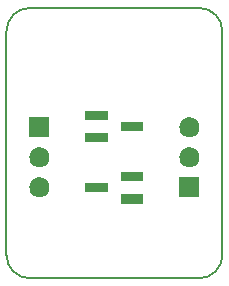
<source format=gbr>
G04 #@! TF.GenerationSoftware,KiCad,Pcbnew,5.0.1-33cea8e~68~ubuntu18.10.1*
G04 #@! TF.CreationDate,2018-11-26T23:36:38+02:00*
G04 #@! TF.ProjectId,BRK-SOT-23-3,42524B2D534F542D32332D332E6B6963,v1.0*
G04 #@! TF.SameCoordinates,Original*
G04 #@! TF.FileFunction,Soldermask,Top*
G04 #@! TF.FilePolarity,Negative*
%FSLAX46Y46*%
G04 Gerber Fmt 4.6, Leading zero omitted, Abs format (unit mm)*
G04 Created by KiCad (PCBNEW 5.0.1-33cea8e~68~ubuntu18.10.1) date ma 26. marraskuuta 2018 23.36.38*
%MOMM*%
%LPD*%
G01*
G04 APERTURE LIST*
%ADD10C,0.150000*%
%ADD11C,0.100000*%
G04 APERTURE END LIST*
D10*
X68300000Y-70900000D02*
G75*
G02X66300000Y-72900000I-2000000J0D01*
G01*
X52000000Y-72900000D02*
G75*
G02X50000000Y-70900000I0J2000000D01*
G01*
X66300000Y-50000000D02*
G75*
G02X68300000Y-52000000I0J-2000000D01*
G01*
X50000000Y-52000000D02*
G75*
G02X52000000Y-50000000I2000000J0D01*
G01*
X66300000Y-72900000D02*
X52000000Y-72900000D01*
X68300000Y-52000000D02*
X68300000Y-70900000D01*
X52000000Y-50000000D02*
X66300000Y-50000000D01*
X50000000Y-70900000D02*
X50000000Y-52000000D01*
D11*
G36*
X61600000Y-66580000D02*
X59700000Y-66580000D01*
X59700000Y-65780000D01*
X61600000Y-65780000D01*
X61600000Y-66580000D01*
X61600000Y-66580000D01*
G37*
G36*
X66350000Y-66030000D02*
X64650000Y-66030000D01*
X64650000Y-64330000D01*
X66350000Y-64330000D01*
X66350000Y-66030000D01*
X66350000Y-66030000D01*
G37*
G36*
X52966627Y-64342299D02*
X53057088Y-64369740D01*
X53126855Y-64390903D01*
X53180712Y-64419691D01*
X53274517Y-64469830D01*
X53403948Y-64576052D01*
X53510170Y-64705483D01*
X53560309Y-64799288D01*
X53589097Y-64853145D01*
X53589097Y-64853146D01*
X53637701Y-65013373D01*
X53654113Y-65180000D01*
X53637701Y-65346627D01*
X53637700Y-65346629D01*
X53589097Y-65506855D01*
X53560309Y-65560712D01*
X53510170Y-65654517D01*
X53403948Y-65783948D01*
X53274517Y-65890170D01*
X53180712Y-65940309D01*
X53126855Y-65969097D01*
X53057088Y-65990260D01*
X52966627Y-66017701D01*
X52841757Y-66030000D01*
X52758243Y-66030000D01*
X52633373Y-66017701D01*
X52542912Y-65990260D01*
X52473145Y-65969097D01*
X52419288Y-65940309D01*
X52325483Y-65890170D01*
X52196052Y-65783948D01*
X52089830Y-65654517D01*
X52039691Y-65560712D01*
X52010903Y-65506855D01*
X51962300Y-65346629D01*
X51962299Y-65346627D01*
X51945887Y-65180000D01*
X51962299Y-65013373D01*
X52010903Y-64853146D01*
X52010903Y-64853145D01*
X52039691Y-64799288D01*
X52089830Y-64705483D01*
X52196052Y-64576052D01*
X52325483Y-64469830D01*
X52419288Y-64419691D01*
X52473145Y-64390903D01*
X52542912Y-64369740D01*
X52633373Y-64342299D01*
X52758243Y-64330000D01*
X52841757Y-64330000D01*
X52966627Y-64342299D01*
X52966627Y-64342299D01*
G37*
G36*
X58600000Y-65630000D02*
X56700000Y-65630000D01*
X56700000Y-64830000D01*
X58600000Y-64830000D01*
X58600000Y-65630000D01*
X58600000Y-65630000D01*
G37*
G36*
X61600000Y-64680000D02*
X59700000Y-64680000D01*
X59700000Y-63880000D01*
X61600000Y-63880000D01*
X61600000Y-64680000D01*
X61600000Y-64680000D01*
G37*
G36*
X52966627Y-61802299D02*
X53057088Y-61829740D01*
X53126855Y-61850903D01*
X53180712Y-61879691D01*
X53274517Y-61929830D01*
X53403948Y-62036052D01*
X53510170Y-62165483D01*
X53560309Y-62259288D01*
X53589097Y-62313145D01*
X53589097Y-62313146D01*
X53637701Y-62473373D01*
X53654113Y-62640000D01*
X53637701Y-62806627D01*
X53637700Y-62806629D01*
X53589097Y-62966855D01*
X53560309Y-63020712D01*
X53510170Y-63114517D01*
X53403948Y-63243948D01*
X53274517Y-63350170D01*
X53180712Y-63400309D01*
X53126855Y-63429097D01*
X53057088Y-63450260D01*
X52966627Y-63477701D01*
X52841757Y-63490000D01*
X52758243Y-63490000D01*
X52633373Y-63477701D01*
X52542912Y-63450260D01*
X52473145Y-63429097D01*
X52419288Y-63400309D01*
X52325483Y-63350170D01*
X52196052Y-63243948D01*
X52089830Y-63114517D01*
X52039691Y-63020712D01*
X52010903Y-62966855D01*
X51962300Y-62806629D01*
X51962299Y-62806627D01*
X51945887Y-62640000D01*
X51962299Y-62473373D01*
X52010903Y-62313146D01*
X52010903Y-62313145D01*
X52039691Y-62259288D01*
X52089830Y-62165483D01*
X52196052Y-62036052D01*
X52325483Y-61929830D01*
X52419288Y-61879691D01*
X52473145Y-61850903D01*
X52542912Y-61829740D01*
X52633373Y-61802299D01*
X52758243Y-61790000D01*
X52841757Y-61790000D01*
X52966627Y-61802299D01*
X52966627Y-61802299D01*
G37*
G36*
X65666627Y-61802299D02*
X65757088Y-61829740D01*
X65826855Y-61850903D01*
X65880712Y-61879691D01*
X65974517Y-61929830D01*
X66103948Y-62036052D01*
X66210170Y-62165483D01*
X66260309Y-62259288D01*
X66289097Y-62313145D01*
X66289097Y-62313146D01*
X66337701Y-62473373D01*
X66354113Y-62640000D01*
X66337701Y-62806627D01*
X66337700Y-62806629D01*
X66289097Y-62966855D01*
X66260309Y-63020712D01*
X66210170Y-63114517D01*
X66103948Y-63243948D01*
X65974517Y-63350170D01*
X65880712Y-63400309D01*
X65826855Y-63429097D01*
X65757088Y-63450260D01*
X65666627Y-63477701D01*
X65541757Y-63490000D01*
X65458243Y-63490000D01*
X65333373Y-63477701D01*
X65242912Y-63450260D01*
X65173145Y-63429097D01*
X65119288Y-63400309D01*
X65025483Y-63350170D01*
X64896052Y-63243948D01*
X64789830Y-63114517D01*
X64739691Y-63020712D01*
X64710903Y-62966855D01*
X64662300Y-62806629D01*
X64662299Y-62806627D01*
X64645887Y-62640000D01*
X64662299Y-62473373D01*
X64710903Y-62313146D01*
X64710903Y-62313145D01*
X64739691Y-62259288D01*
X64789830Y-62165483D01*
X64896052Y-62036052D01*
X65025483Y-61929830D01*
X65119288Y-61879691D01*
X65173145Y-61850903D01*
X65242912Y-61829740D01*
X65333373Y-61802299D01*
X65458243Y-61790000D01*
X65541757Y-61790000D01*
X65666627Y-61802299D01*
X65666627Y-61802299D01*
G37*
G36*
X58600000Y-61400000D02*
X56700000Y-61400000D01*
X56700000Y-60600000D01*
X58600000Y-60600000D01*
X58600000Y-61400000D01*
X58600000Y-61400000D01*
G37*
G36*
X65666627Y-59262299D02*
X65757088Y-59289740D01*
X65826855Y-59310903D01*
X65880712Y-59339691D01*
X65974517Y-59389830D01*
X66103948Y-59496052D01*
X66210170Y-59625483D01*
X66260309Y-59719288D01*
X66289097Y-59773145D01*
X66289097Y-59773146D01*
X66337701Y-59933373D01*
X66354113Y-60100000D01*
X66337701Y-60266627D01*
X66337700Y-60266629D01*
X66289097Y-60426855D01*
X66260309Y-60480712D01*
X66210170Y-60574517D01*
X66103948Y-60703948D01*
X65974517Y-60810170D01*
X65880712Y-60860309D01*
X65826855Y-60889097D01*
X65757088Y-60910260D01*
X65666627Y-60937701D01*
X65541757Y-60950000D01*
X65458243Y-60950000D01*
X65333373Y-60937701D01*
X65242912Y-60910260D01*
X65173145Y-60889097D01*
X65119288Y-60860309D01*
X65025483Y-60810170D01*
X64896052Y-60703948D01*
X64789830Y-60574517D01*
X64739691Y-60480712D01*
X64710903Y-60426855D01*
X64662300Y-60266629D01*
X64662299Y-60266627D01*
X64645887Y-60100000D01*
X64662299Y-59933373D01*
X64710903Y-59773146D01*
X64710903Y-59773145D01*
X64739691Y-59719288D01*
X64789830Y-59625483D01*
X64896052Y-59496052D01*
X65025483Y-59389830D01*
X65119288Y-59339691D01*
X65173145Y-59310903D01*
X65242912Y-59289740D01*
X65333373Y-59262299D01*
X65458243Y-59250000D01*
X65541757Y-59250000D01*
X65666627Y-59262299D01*
X65666627Y-59262299D01*
G37*
G36*
X53650000Y-60950000D02*
X51950000Y-60950000D01*
X51950000Y-59250000D01*
X53650000Y-59250000D01*
X53650000Y-60950000D01*
X53650000Y-60950000D01*
G37*
G36*
X61600000Y-60450000D02*
X59700000Y-60450000D01*
X59700000Y-59650000D01*
X61600000Y-59650000D01*
X61600000Y-60450000D01*
X61600000Y-60450000D01*
G37*
G36*
X58600000Y-59500000D02*
X56700000Y-59500000D01*
X56700000Y-58700000D01*
X58600000Y-58700000D01*
X58600000Y-59500000D01*
X58600000Y-59500000D01*
G37*
M02*

</source>
